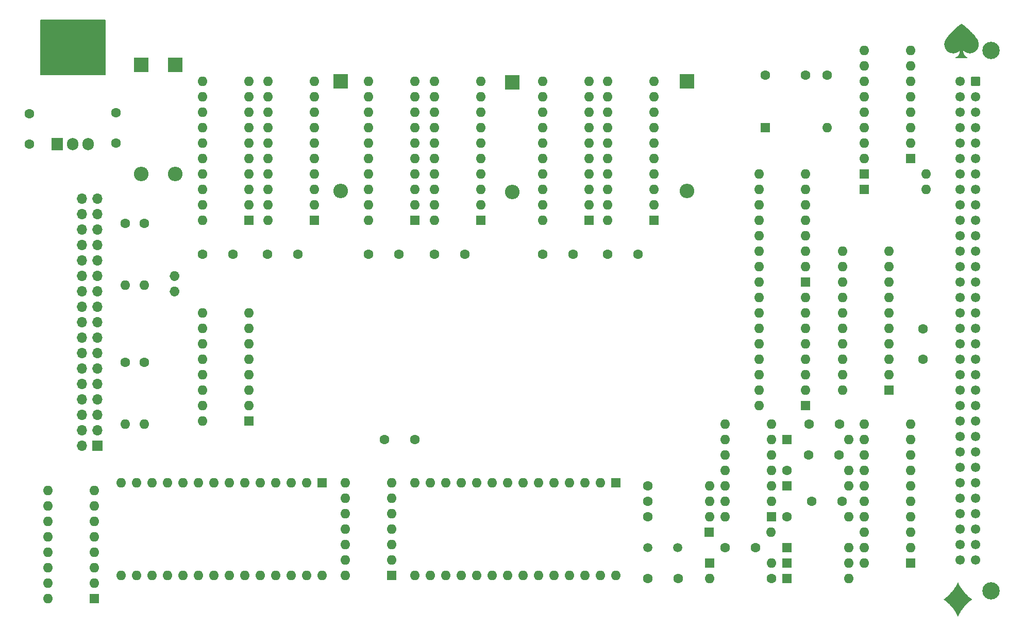
<source format=gbs>
%TF.GenerationSoftware,KiCad,Pcbnew,8.0.3+1*%
%TF.CreationDate,2024-07-26T20:17:48+02:00*%
%TF.ProjectId,ql_trump_v2_disk_interface,716c5f74-7275-46d7-905f-76325f646973,01*%
%TF.SameCoordinates,Original*%
%TF.FileFunction,Soldermask,Bot*%
%TF.FilePolarity,Negative*%
%FSLAX46Y46*%
G04 Gerber Fmt 4.6, Leading zero omitted, Abs format (unit mm)*
G04 Created by KiCad (PCBNEW 8.0.3+1) date 2024-07-26 20:17:48*
%MOMM*%
%LPD*%
G01*
G04 APERTURE LIST*
G04 Aperture macros list*
%AMRoundRect*
0 Rectangle with rounded corners*
0 $1 Rounding radius*
0 $2 $3 $4 $5 $6 $7 $8 $9 X,Y pos of 4 corners*
0 Add a 4 corners polygon primitive as box body*
4,1,4,$2,$3,$4,$5,$6,$7,$8,$9,$2,$3,0*
0 Add four circle primitives for the rounded corners*
1,1,$1+$1,$2,$3*
1,1,$1+$1,$4,$5*
1,1,$1+$1,$6,$7*
1,1,$1+$1,$8,$9*
0 Add four rect primitives between the rounded corners*
20,1,$1+$1,$2,$3,$4,$5,0*
20,1,$1+$1,$4,$5,$6,$7,0*
20,1,$1+$1,$6,$7,$8,$9,0*
20,1,$1+$1,$8,$9,$2,$3,0*%
G04 Aperture macros list end*
%ADD10C,0.812000*%
%ADD11C,0.010000*%
%ADD12O,3.500000X3.500000*%
%ADD13R,1.905000X2.000000*%
%ADD14O,1.905000X2.000000*%
%ADD15R,1.600000X1.600000*%
%ADD16O,1.600000X1.600000*%
%ADD17C,1.600000*%
%ADD18R,2.400000X2.400000*%
%ADD19O,2.400000X2.400000*%
%ADD20C,2.850000*%
%ADD21RoundRect,0.249999X-0.525001X0.525001X-0.525001X-0.525001X0.525001X-0.525001X0.525001X0.525001X0*%
%ADD22C,1.550000*%
%ADD23C,1.500000*%
%ADD24R,1.700000X1.700000*%
%ADD25O,1.700000X1.700000*%
G04 APERTURE END LIST*
D10*
X65176000Y-86487000D02*
G75*
G02*
X64364000Y-86487000I-406000J0D01*
G01*
X64364000Y-86487000D02*
G75*
G02*
X65176000Y-86487000I406000J0D01*
G01*
D11*
X194235623Y-45148017D02*
X194459342Y-45332207D01*
X194689555Y-45526904D01*
X194808114Y-45629819D01*
X194929516Y-45737313D01*
X195053870Y-45849809D01*
X195180025Y-45966220D01*
X195306538Y-46085208D01*
X195431966Y-46205437D01*
X195554868Y-46325569D01*
X195673798Y-46444266D01*
X195787316Y-46560191D01*
X195893978Y-46672005D01*
X195992646Y-46778706D01*
X196083418Y-46880320D01*
X196166700Y-46977200D01*
X196242898Y-47069695D01*
X196312417Y-47158156D01*
X196375663Y-47242934D01*
X196433043Y-47324378D01*
X196484961Y-47402840D01*
X196508991Y-47441055D01*
X196531792Y-47478626D01*
X196553399Y-47515578D01*
X196573845Y-47551934D01*
X196593165Y-47587718D01*
X196611394Y-47622953D01*
X196628565Y-47657663D01*
X196644713Y-47691872D01*
X196659872Y-47725603D01*
X196674077Y-47758880D01*
X196699759Y-47824166D01*
X196722033Y-47887918D01*
X196741174Y-47950326D01*
X196757405Y-48011658D01*
X196764441Y-48042027D01*
X196770753Y-48072276D01*
X196776339Y-48102463D01*
X196781196Y-48132645D01*
X196785322Y-48162882D01*
X196788713Y-48193230D01*
X196791368Y-48223749D01*
X196793283Y-48254497D01*
X196794456Y-48285530D01*
X196794884Y-48316909D01*
X196794564Y-48348690D01*
X196793495Y-48380931D01*
X196791672Y-48413692D01*
X196789094Y-48447030D01*
X196781618Y-48515511D01*
X196770879Y-48586047D01*
X196764212Y-48621934D01*
X196756643Y-48658154D01*
X196748141Y-48694645D01*
X196738679Y-48731347D01*
X196728226Y-48768199D01*
X196716754Y-48805140D01*
X196704234Y-48842111D01*
X196690637Y-48879050D01*
X196675934Y-48915897D01*
X196660095Y-48952590D01*
X196643092Y-48989071D01*
X196624896Y-49025277D01*
X196605491Y-49061104D01*
X196584912Y-49096543D01*
X196563205Y-49131534D01*
X196540417Y-49166022D01*
X196516591Y-49199948D01*
X196491775Y-49233255D01*
X196466014Y-49265886D01*
X196439353Y-49297784D01*
X196411838Y-49328890D01*
X196383515Y-49359148D01*
X196354429Y-49388499D01*
X196324627Y-49416888D01*
X196294153Y-49444256D01*
X196263054Y-49470546D01*
X196231375Y-49495700D01*
X196199162Y-49519662D01*
X196166450Y-49542363D01*
X196133267Y-49563837D01*
X196099628Y-49584104D01*
X196065546Y-49603188D01*
X196031037Y-49621111D01*
X195996114Y-49637893D01*
X195960793Y-49653559D01*
X195925087Y-49668130D01*
X195889011Y-49681627D01*
X195852579Y-49694074D01*
X195815806Y-49705493D01*
X195778706Y-49715905D01*
X195741293Y-49725333D01*
X195703583Y-49733799D01*
X195665588Y-49741325D01*
X195627325Y-49747933D01*
X195588801Y-49753661D01*
X195550043Y-49758467D01*
X195511070Y-49762325D01*
X195471901Y-49765208D01*
X195432554Y-49767091D01*
X195393049Y-49767947D01*
X195353406Y-49767749D01*
X195313642Y-49766473D01*
X195273778Y-49764090D01*
X195233831Y-49760575D01*
X195193822Y-49755902D01*
X195153770Y-49750045D01*
X195113692Y-49742976D01*
X195073610Y-49734670D01*
X195033541Y-49725101D01*
X194993504Y-49714242D01*
X194953527Y-49702056D01*
X194913670Y-49688591D01*
X194874002Y-49673879D01*
X194834589Y-49657950D01*
X194795499Y-49640836D01*
X194756801Y-49622568D01*
X194718561Y-49603178D01*
X194680849Y-49582696D01*
X194643730Y-49561154D01*
X194607274Y-49538583D01*
X194571548Y-49515015D01*
X194536619Y-49490481D01*
X194502556Y-49465012D01*
X194469426Y-49438640D01*
X194437297Y-49411395D01*
X194406237Y-49383309D01*
X194383996Y-49362048D01*
X194362367Y-49340390D01*
X194341318Y-49318348D01*
X194320817Y-49295937D01*
X194300829Y-49273172D01*
X194281324Y-49250066D01*
X194262268Y-49226633D01*
X194243628Y-49202889D01*
X194247837Y-49288048D01*
X194252351Y-49368905D01*
X194257536Y-49446099D01*
X194263758Y-49520272D01*
X194268399Y-49566335D01*
X194273705Y-49612036D01*
X194279774Y-49657208D01*
X194286705Y-49701684D01*
X194294596Y-49745295D01*
X194303546Y-49787875D01*
X194313654Y-49829256D01*
X194325017Y-49869271D01*
X194331200Y-49888700D01*
X194337734Y-49907774D01*
X194344630Y-49926519D01*
X194351901Y-49944960D01*
X194359560Y-49963123D01*
X194367618Y-49981033D01*
X194376088Y-49998716D01*
X194384983Y-50016198D01*
X194394315Y-50033503D01*
X194404095Y-50050659D01*
X194414337Y-50067689D01*
X194425053Y-50084620D01*
X194436256Y-50101478D01*
X194447956Y-50118287D01*
X194460168Y-50135074D01*
X194472903Y-50151864D01*
X194486170Y-50168692D01*
X194499927Y-50185505D01*
X194514132Y-50202258D01*
X194528742Y-50218911D01*
X194543715Y-50235421D01*
X194559008Y-50251745D01*
X194574578Y-50267842D01*
X194590384Y-50283669D01*
X194606381Y-50299185D01*
X194622528Y-50314346D01*
X194638783Y-50329111D01*
X194655101Y-50343438D01*
X194671442Y-50357284D01*
X194687761Y-50370607D01*
X194704018Y-50383365D01*
X194720168Y-50395516D01*
X194736168Y-50407028D01*
X194751969Y-50417908D01*
X194767522Y-50428170D01*
X194782780Y-50437829D01*
X194797692Y-50446898D01*
X194812211Y-50455392D01*
X194826288Y-50463325D01*
X194839873Y-50470711D01*
X194865376Y-50483903D01*
X194888331Y-50495080D01*
X194908348Y-50504357D01*
X194925037Y-50511849D01*
X194937600Y-50517689D01*
X194941602Y-50520046D01*
X194943615Y-50522059D01*
X194943764Y-50522945D01*
X194943283Y-50523753D01*
X194940253Y-50525151D01*
X194934173Y-50526276D01*
X194924689Y-50527154D01*
X194894093Y-50528258D01*
X194845637Y-50528655D01*
X194683838Y-50528084D01*
X194015142Y-50525277D01*
X193346439Y-50528084D01*
X193253788Y-50528533D01*
X193216457Y-50528647D01*
X193184650Y-50528655D01*
X193158014Y-50528533D01*
X193136196Y-50528258D01*
X193118843Y-50527806D01*
X193111730Y-50527507D01*
X193105601Y-50527154D01*
X193100411Y-50526745D01*
X193096116Y-50526276D01*
X193092672Y-50525746D01*
X193090035Y-50525151D01*
X193088161Y-50524487D01*
X193087496Y-50524129D01*
X193087005Y-50523753D01*
X193086683Y-50523358D01*
X193086524Y-50522945D01*
X193086522Y-50522512D01*
X193086673Y-50522059D01*
X193086969Y-50521587D01*
X193087407Y-50521094D01*
X193088684Y-50520046D01*
X193090458Y-50518912D01*
X193092686Y-50517689D01*
X193098325Y-50514964D01*
X193105247Y-50511849D01*
X193141948Y-50495080D01*
X193164901Y-50483903D01*
X193190402Y-50470711D01*
X193218063Y-50455392D01*
X193247495Y-50437829D01*
X193262753Y-50428170D01*
X193278307Y-50417908D01*
X193294110Y-50407028D01*
X193310111Y-50395516D01*
X193326262Y-50383365D01*
X193342520Y-50370607D01*
X193358840Y-50357284D01*
X193375182Y-50343438D01*
X193391501Y-50329111D01*
X193407756Y-50314346D01*
X193439901Y-50283669D01*
X193471276Y-50251745D01*
X193486568Y-50235421D01*
X193501540Y-50218911D01*
X193516148Y-50202258D01*
X193530351Y-50185505D01*
X193544105Y-50168692D01*
X193557368Y-50151864D01*
X193570105Y-50135074D01*
X193582319Y-50118287D01*
X193594022Y-50101478D01*
X193605226Y-50084620D01*
X193615943Y-50067689D01*
X193626187Y-50050659D01*
X193635969Y-50033503D01*
X193645301Y-50016198D01*
X193654196Y-49998716D01*
X193662667Y-49981033D01*
X193670726Y-49963123D01*
X193678385Y-49944960D01*
X193685656Y-49926519D01*
X193692552Y-49907774D01*
X193699085Y-49888700D01*
X193705268Y-49869271D01*
X193716632Y-49829256D01*
X193726739Y-49787875D01*
X193735690Y-49745295D01*
X193743581Y-49701684D01*
X193750512Y-49657208D01*
X193756581Y-49612036D01*
X193761886Y-49566335D01*
X193766525Y-49520272D01*
X193772743Y-49446099D01*
X193777922Y-49368905D01*
X193782434Y-49288048D01*
X193786654Y-49202889D01*
X193768009Y-49226598D01*
X193748946Y-49250014D01*
X193729435Y-49273118D01*
X193709442Y-49295891D01*
X193688935Y-49318316D01*
X193667881Y-49340373D01*
X193646248Y-49362043D01*
X193624004Y-49383309D01*
X193592941Y-49411395D01*
X193560810Y-49438640D01*
X193527677Y-49465012D01*
X193493611Y-49490481D01*
X193458679Y-49515015D01*
X193422949Y-49538583D01*
X193386489Y-49561154D01*
X193349367Y-49582696D01*
X193311651Y-49603178D01*
X193273408Y-49622568D01*
X193234707Y-49640836D01*
X193195615Y-49657950D01*
X193156200Y-49673879D01*
X193116530Y-49688591D01*
X193076672Y-49702056D01*
X193036696Y-49714242D01*
X192986643Y-49727600D01*
X192936547Y-49738959D01*
X192886445Y-49748370D01*
X192836374Y-49755883D01*
X192786372Y-49761548D01*
X192736476Y-49765414D01*
X192686723Y-49767532D01*
X192637151Y-49767953D01*
X192607511Y-49767428D01*
X192577959Y-49766318D01*
X192548504Y-49764633D01*
X192519151Y-49762383D01*
X192489910Y-49759578D01*
X192460786Y-49756228D01*
X192431788Y-49752343D01*
X192402923Y-49747933D01*
X192364657Y-49741325D01*
X192326659Y-49733799D01*
X192288945Y-49725333D01*
X192251527Y-49715905D01*
X192214423Y-49705493D01*
X192177645Y-49694074D01*
X192141208Y-49681627D01*
X192105127Y-49668130D01*
X192069417Y-49653559D01*
X192034092Y-49637893D01*
X191999166Y-49621111D01*
X191964655Y-49603188D01*
X191930572Y-49584104D01*
X191896933Y-49563837D01*
X191863752Y-49542363D01*
X191831043Y-49519662D01*
X191798827Y-49495700D01*
X191767146Y-49470546D01*
X191736045Y-49444256D01*
X191705569Y-49416888D01*
X191675765Y-49388499D01*
X191646678Y-49359148D01*
X191618354Y-49328890D01*
X191590838Y-49297784D01*
X191564177Y-49265886D01*
X191538415Y-49233255D01*
X191513599Y-49199948D01*
X191489775Y-49166022D01*
X191466987Y-49131534D01*
X191445282Y-49096543D01*
X191424705Y-49061104D01*
X191405302Y-49025277D01*
X191387107Y-48989071D01*
X191370105Y-48952590D01*
X191354267Y-48915897D01*
X191339563Y-48879050D01*
X191325965Y-48842111D01*
X191313443Y-48805140D01*
X191301970Y-48768199D01*
X191291517Y-48731347D01*
X191282053Y-48694645D01*
X191273551Y-48658154D01*
X191265982Y-48621934D01*
X191259316Y-48586047D01*
X191248580Y-48515511D01*
X191241113Y-48447030D01*
X191238537Y-48413692D01*
X191236718Y-48380931D01*
X191235653Y-48348690D01*
X191235338Y-48316909D01*
X191235772Y-48285530D01*
X191236950Y-48254497D01*
X191238871Y-48223749D01*
X191241531Y-48193230D01*
X191244927Y-48162882D01*
X191249057Y-48132645D01*
X191253917Y-48102463D01*
X191259504Y-48072276D01*
X191265817Y-48042027D01*
X191272851Y-48011658D01*
X191289072Y-47950326D01*
X191308208Y-47887918D01*
X191330474Y-47824166D01*
X191356147Y-47758880D01*
X191385501Y-47691872D01*
X191418812Y-47622953D01*
X191456355Y-47551934D01*
X191498406Y-47478626D01*
X191545240Y-47402840D01*
X191597153Y-47324378D01*
X191654529Y-47242934D01*
X191717773Y-47158156D01*
X191787291Y-47069695D01*
X191863488Y-46977200D01*
X191946770Y-46880320D01*
X192037542Y-46778706D01*
X192136211Y-46672005D01*
X192242875Y-46560191D01*
X192356399Y-46444266D01*
X192475339Y-46325569D01*
X192598251Y-46205437D01*
X192723689Y-46085208D01*
X192850209Y-45966220D01*
X192976367Y-45849809D01*
X193100718Y-45737313D01*
X193222126Y-45629819D01*
X193340692Y-45526904D01*
X193456822Y-45427917D01*
X193570921Y-45332207D01*
X193794653Y-45148017D01*
X194015134Y-44969125D01*
X194015149Y-44969125D01*
X194235623Y-45148017D01*
G36*
X194235623Y-45148017D02*
G01*
X194459342Y-45332207D01*
X194689555Y-45526904D01*
X194808114Y-45629819D01*
X194929516Y-45737313D01*
X195053870Y-45849809D01*
X195180025Y-45966220D01*
X195306538Y-46085208D01*
X195431966Y-46205437D01*
X195554868Y-46325569D01*
X195673798Y-46444266D01*
X195787316Y-46560191D01*
X195893978Y-46672005D01*
X195992646Y-46778706D01*
X196083418Y-46880320D01*
X196166700Y-46977200D01*
X196242898Y-47069695D01*
X196312417Y-47158156D01*
X196375663Y-47242934D01*
X196433043Y-47324378D01*
X196484961Y-47402840D01*
X196508991Y-47441055D01*
X196531792Y-47478626D01*
X196553399Y-47515578D01*
X196573845Y-47551934D01*
X196593165Y-47587718D01*
X196611394Y-47622953D01*
X196628565Y-47657663D01*
X196644713Y-47691872D01*
X196659872Y-47725603D01*
X196674077Y-47758880D01*
X196699759Y-47824166D01*
X196722033Y-47887918D01*
X196741174Y-47950326D01*
X196757405Y-48011658D01*
X196764441Y-48042027D01*
X196770753Y-48072276D01*
X196776339Y-48102463D01*
X196781196Y-48132645D01*
X196785322Y-48162882D01*
X196788713Y-48193230D01*
X196791368Y-48223749D01*
X196793283Y-48254497D01*
X196794456Y-48285530D01*
X196794884Y-48316909D01*
X196794564Y-48348690D01*
X196793495Y-48380931D01*
X196791672Y-48413692D01*
X196789094Y-48447030D01*
X196781618Y-48515511D01*
X196770879Y-48586047D01*
X196764212Y-48621934D01*
X196756643Y-48658154D01*
X196748141Y-48694645D01*
X196738679Y-48731347D01*
X196728226Y-48768199D01*
X196716754Y-48805140D01*
X196704234Y-48842111D01*
X196690637Y-48879050D01*
X196675934Y-48915897D01*
X196660095Y-48952590D01*
X196643092Y-48989071D01*
X196624896Y-49025277D01*
X196605491Y-49061104D01*
X196584912Y-49096543D01*
X196563205Y-49131534D01*
X196540417Y-49166022D01*
X196516591Y-49199948D01*
X196491775Y-49233255D01*
X196466014Y-49265886D01*
X196439353Y-49297784D01*
X196411838Y-49328890D01*
X196383515Y-49359148D01*
X196354429Y-49388499D01*
X196324627Y-49416888D01*
X196294153Y-49444256D01*
X196263054Y-49470546D01*
X196231375Y-49495700D01*
X196199162Y-49519662D01*
X196166450Y-49542363D01*
X196133267Y-49563837D01*
X196099628Y-49584104D01*
X196065546Y-49603188D01*
X196031037Y-49621111D01*
X195996114Y-49637893D01*
X195960793Y-49653559D01*
X195925087Y-49668130D01*
X195889011Y-49681627D01*
X195852579Y-49694074D01*
X195815806Y-49705493D01*
X195778706Y-49715905D01*
X195741293Y-49725333D01*
X195703583Y-49733799D01*
X195665588Y-49741325D01*
X195627325Y-49747933D01*
X195588801Y-49753661D01*
X195550043Y-49758467D01*
X195511070Y-49762325D01*
X195471901Y-49765208D01*
X195432554Y-49767091D01*
X195393049Y-49767947D01*
X195353406Y-49767749D01*
X195313642Y-49766473D01*
X195273778Y-49764090D01*
X195233831Y-49760575D01*
X195193822Y-49755902D01*
X195153770Y-49750045D01*
X195113692Y-49742976D01*
X195073610Y-49734670D01*
X195033541Y-49725101D01*
X194993504Y-49714242D01*
X194953527Y-49702056D01*
X194913670Y-49688591D01*
X194874002Y-49673879D01*
X194834589Y-49657950D01*
X194795499Y-49640836D01*
X194756801Y-49622568D01*
X194718561Y-49603178D01*
X194680849Y-49582696D01*
X194643730Y-49561154D01*
X194607274Y-49538583D01*
X194571548Y-49515015D01*
X194536619Y-49490481D01*
X194502556Y-49465012D01*
X194469426Y-49438640D01*
X194437297Y-49411395D01*
X194406237Y-49383309D01*
X194383996Y-49362048D01*
X194362367Y-49340390D01*
X194341318Y-49318348D01*
X194320817Y-49295937D01*
X194300829Y-49273172D01*
X194281324Y-49250066D01*
X194262268Y-49226633D01*
X194243628Y-49202889D01*
X194247837Y-49288048D01*
X194252351Y-49368905D01*
X194257536Y-49446099D01*
X194263758Y-49520272D01*
X194268399Y-49566335D01*
X194273705Y-49612036D01*
X194279774Y-49657208D01*
X194286705Y-49701684D01*
X194294596Y-49745295D01*
X194303546Y-49787875D01*
X194313654Y-49829256D01*
X194325017Y-49869271D01*
X194331200Y-49888700D01*
X194337734Y-49907774D01*
X194344630Y-49926519D01*
X194351901Y-49944960D01*
X194359560Y-49963123D01*
X194367618Y-49981033D01*
X194376088Y-49998716D01*
X194384983Y-50016198D01*
X194394315Y-50033503D01*
X194404095Y-50050659D01*
X194414337Y-50067689D01*
X194425053Y-50084620D01*
X194436256Y-50101478D01*
X194447956Y-50118287D01*
X194460168Y-50135074D01*
X194472903Y-50151864D01*
X194486170Y-50168692D01*
X194499927Y-50185505D01*
X194514132Y-50202258D01*
X194528742Y-50218911D01*
X194543715Y-50235421D01*
X194559008Y-50251745D01*
X194574578Y-50267842D01*
X194590384Y-50283669D01*
X194606381Y-50299185D01*
X194622528Y-50314346D01*
X194638783Y-50329111D01*
X194655101Y-50343438D01*
X194671442Y-50357284D01*
X194687761Y-50370607D01*
X194704018Y-50383365D01*
X194720168Y-50395516D01*
X194736168Y-50407028D01*
X194751969Y-50417908D01*
X194767522Y-50428170D01*
X194782780Y-50437829D01*
X194797692Y-50446898D01*
X194812211Y-50455392D01*
X194826288Y-50463325D01*
X194839873Y-50470711D01*
X194865376Y-50483903D01*
X194888331Y-50495080D01*
X194908348Y-50504357D01*
X194925037Y-50511849D01*
X194937600Y-50517689D01*
X194941602Y-50520046D01*
X194943615Y-50522059D01*
X194943764Y-50522945D01*
X194943283Y-50523753D01*
X194940253Y-50525151D01*
X194934173Y-50526276D01*
X194924689Y-50527154D01*
X194894093Y-50528258D01*
X194845637Y-50528655D01*
X194683838Y-50528084D01*
X194015142Y-50525277D01*
X193346439Y-50528084D01*
X193253788Y-50528533D01*
X193216457Y-50528647D01*
X193184650Y-50528655D01*
X193158014Y-50528533D01*
X193136196Y-50528258D01*
X193118843Y-50527806D01*
X193111730Y-50527507D01*
X193105601Y-50527154D01*
X193100411Y-50526745D01*
X193096116Y-50526276D01*
X193092672Y-50525746D01*
X193090035Y-50525151D01*
X193088161Y-50524487D01*
X193087496Y-50524129D01*
X193087005Y-50523753D01*
X193086683Y-50523358D01*
X193086524Y-50522945D01*
X193086522Y-50522512D01*
X193086673Y-50522059D01*
X193086969Y-50521587D01*
X193087407Y-50521094D01*
X193088684Y-50520046D01*
X193090458Y-50518912D01*
X193092686Y-50517689D01*
X193098325Y-50514964D01*
X193105247Y-50511849D01*
X193141948Y-50495080D01*
X193164901Y-50483903D01*
X193190402Y-50470711D01*
X193218063Y-50455392D01*
X193247495Y-50437829D01*
X193262753Y-50428170D01*
X193278307Y-50417908D01*
X193294110Y-50407028D01*
X193310111Y-50395516D01*
X193326262Y-50383365D01*
X193342520Y-50370607D01*
X193358840Y-50357284D01*
X193375182Y-50343438D01*
X193391501Y-50329111D01*
X193407756Y-50314346D01*
X193439901Y-50283669D01*
X193471276Y-50251745D01*
X193486568Y-50235421D01*
X193501540Y-50218911D01*
X193516148Y-50202258D01*
X193530351Y-50185505D01*
X193544105Y-50168692D01*
X193557368Y-50151864D01*
X193570105Y-50135074D01*
X193582319Y-50118287D01*
X193594022Y-50101478D01*
X193605226Y-50084620D01*
X193615943Y-50067689D01*
X193626187Y-50050659D01*
X193635969Y-50033503D01*
X193645301Y-50016198D01*
X193654196Y-49998716D01*
X193662667Y-49981033D01*
X193670726Y-49963123D01*
X193678385Y-49944960D01*
X193685656Y-49926519D01*
X193692552Y-49907774D01*
X193699085Y-49888700D01*
X193705268Y-49869271D01*
X193716632Y-49829256D01*
X193726739Y-49787875D01*
X193735690Y-49745295D01*
X193743581Y-49701684D01*
X193750512Y-49657208D01*
X193756581Y-49612036D01*
X193761886Y-49566335D01*
X193766525Y-49520272D01*
X193772743Y-49446099D01*
X193777922Y-49368905D01*
X193782434Y-49288048D01*
X193786654Y-49202889D01*
X193768009Y-49226598D01*
X193748946Y-49250014D01*
X193729435Y-49273118D01*
X193709442Y-49295891D01*
X193688935Y-49318316D01*
X193667881Y-49340373D01*
X193646248Y-49362043D01*
X193624004Y-49383309D01*
X193592941Y-49411395D01*
X193560810Y-49438640D01*
X193527677Y-49465012D01*
X193493611Y-49490481D01*
X193458679Y-49515015D01*
X193422949Y-49538583D01*
X193386489Y-49561154D01*
X193349367Y-49582696D01*
X193311651Y-49603178D01*
X193273408Y-49622568D01*
X193234707Y-49640836D01*
X193195615Y-49657950D01*
X193156200Y-49673879D01*
X193116530Y-49688591D01*
X193076672Y-49702056D01*
X193036696Y-49714242D01*
X192986643Y-49727600D01*
X192936547Y-49738959D01*
X192886445Y-49748370D01*
X192836374Y-49755883D01*
X192786372Y-49761548D01*
X192736476Y-49765414D01*
X192686723Y-49767532D01*
X192637151Y-49767953D01*
X192607511Y-49767428D01*
X192577959Y-49766318D01*
X192548504Y-49764633D01*
X192519151Y-49762383D01*
X192489910Y-49759578D01*
X192460786Y-49756228D01*
X192431788Y-49752343D01*
X192402923Y-49747933D01*
X192364657Y-49741325D01*
X192326659Y-49733799D01*
X192288945Y-49725333D01*
X192251527Y-49715905D01*
X192214423Y-49705493D01*
X192177645Y-49694074D01*
X192141208Y-49681627D01*
X192105127Y-49668130D01*
X192069417Y-49653559D01*
X192034092Y-49637893D01*
X191999166Y-49621111D01*
X191964655Y-49603188D01*
X191930572Y-49584104D01*
X191896933Y-49563837D01*
X191863752Y-49542363D01*
X191831043Y-49519662D01*
X191798827Y-49495700D01*
X191767146Y-49470546D01*
X191736045Y-49444256D01*
X191705569Y-49416888D01*
X191675765Y-49388499D01*
X191646678Y-49359148D01*
X191618354Y-49328890D01*
X191590838Y-49297784D01*
X191564177Y-49265886D01*
X191538415Y-49233255D01*
X191513599Y-49199948D01*
X191489775Y-49166022D01*
X191466987Y-49131534D01*
X191445282Y-49096543D01*
X191424705Y-49061104D01*
X191405302Y-49025277D01*
X191387107Y-48989071D01*
X191370105Y-48952590D01*
X191354267Y-48915897D01*
X191339563Y-48879050D01*
X191325965Y-48842111D01*
X191313443Y-48805140D01*
X191301970Y-48768199D01*
X191291517Y-48731347D01*
X191282053Y-48694645D01*
X191273551Y-48658154D01*
X191265982Y-48621934D01*
X191259316Y-48586047D01*
X191248580Y-48515511D01*
X191241113Y-48447030D01*
X191238537Y-48413692D01*
X191236718Y-48380931D01*
X191235653Y-48348690D01*
X191235338Y-48316909D01*
X191235772Y-48285530D01*
X191236950Y-48254497D01*
X191238871Y-48223749D01*
X191241531Y-48193230D01*
X191244927Y-48162882D01*
X191249057Y-48132645D01*
X191253917Y-48102463D01*
X191259504Y-48072276D01*
X191265817Y-48042027D01*
X191272851Y-48011658D01*
X191289072Y-47950326D01*
X191308208Y-47887918D01*
X191330474Y-47824166D01*
X191356147Y-47758880D01*
X191385501Y-47691872D01*
X191418812Y-47622953D01*
X191456355Y-47551934D01*
X191498406Y-47478626D01*
X191545240Y-47402840D01*
X191597153Y-47324378D01*
X191654529Y-47242934D01*
X191717773Y-47158156D01*
X191787291Y-47069695D01*
X191863488Y-46977200D01*
X191946770Y-46880320D01*
X192037542Y-46778706D01*
X192136211Y-46672005D01*
X192242875Y-46560191D01*
X192356399Y-46444266D01*
X192475339Y-46325569D01*
X192598251Y-46205437D01*
X192723689Y-46085208D01*
X192850209Y-45966220D01*
X192976367Y-45849809D01*
X193100718Y-45737313D01*
X193222126Y-45629819D01*
X193340692Y-45526904D01*
X193456822Y-45427917D01*
X193570921Y-45332207D01*
X193794653Y-45148017D01*
X194015134Y-44969125D01*
X194015149Y-44969125D01*
X194235623Y-45148017D01*
G37*
X193419488Y-136886341D02*
X193419691Y-136886585D01*
X193419894Y-136886838D01*
X193420096Y-136887098D01*
X193420502Y-136887634D01*
X193420908Y-136888182D01*
X193423235Y-136895511D01*
X193426414Y-136903902D01*
X193430498Y-136913557D01*
X193435540Y-136924681D01*
X193448711Y-136952143D01*
X193466355Y-136987913D01*
X193518098Y-137091297D01*
X193589783Y-137229689D01*
X193632854Y-137309863D01*
X193680609Y-137396210D01*
X193732949Y-137487869D01*
X193789774Y-137583982D01*
X193851011Y-137683727D01*
X193916683Y-137786667D01*
X193986831Y-137892378D01*
X194061495Y-138000441D01*
X194140718Y-138110431D01*
X194224539Y-138221928D01*
X194312999Y-138334509D01*
X194406141Y-138447752D01*
X194503744Y-138561094D01*
X194604575Y-138673429D01*
X194707152Y-138783522D01*
X194809995Y-138890135D01*
X194911623Y-138992033D01*
X195010554Y-139087980D01*
X195105308Y-139176741D01*
X195194403Y-139257078D01*
X195236386Y-139293717D01*
X195276576Y-139328016D01*
X195314973Y-139360056D01*
X195351577Y-139389915D01*
X195386391Y-139417672D01*
X195419414Y-139443406D01*
X195480093Y-139489119D01*
X195533619Y-139527684D01*
X195580000Y-139559734D01*
X195619242Y-139585899D01*
X195651351Y-139606810D01*
X195672099Y-139620109D01*
X195681132Y-139625759D01*
X195689463Y-139630812D01*
X195697237Y-139635321D01*
X195704598Y-139639339D01*
X195711690Y-139642920D01*
X195715180Y-139644563D01*
X195718657Y-139646116D01*
X195711691Y-139649277D01*
X195704599Y-139652841D01*
X195697239Y-139656858D01*
X195689465Y-139661375D01*
X195681133Y-139666441D01*
X195672100Y-139672106D01*
X195651351Y-139685423D01*
X195580001Y-139732483D01*
X195533620Y-139764522D01*
X195480093Y-139803083D01*
X195419415Y-139848803D01*
X195351578Y-139902317D01*
X195276576Y-139964263D01*
X195194403Y-140035276D01*
X195105308Y-140115609D01*
X195010554Y-140204355D01*
X194911623Y-140300283D01*
X194809995Y-140402159D01*
X194707152Y-140508749D01*
X194604575Y-140618822D01*
X194503744Y-140731143D01*
X194406141Y-140844480D01*
X194312999Y-140957759D01*
X194224538Y-141070356D01*
X194140717Y-141181855D01*
X194061495Y-141291838D01*
X193986830Y-141399886D01*
X193916683Y-141505583D01*
X193851011Y-141608510D01*
X193789774Y-141708250D01*
X193732949Y-141804363D01*
X193680609Y-141896023D01*
X193632854Y-141982370D01*
X193589783Y-142062544D01*
X193551498Y-142135686D01*
X193518098Y-142200935D01*
X193466355Y-142304319D01*
X193448713Y-142340038D01*
X193441594Y-142354704D01*
X193435540Y-142367506D01*
X193430497Y-142378643D01*
X193426412Y-142388313D01*
X193424713Y-142392661D01*
X193423234Y-142396716D01*
X193421967Y-142400505D01*
X193420908Y-142404051D01*
X193419285Y-142406126D01*
X193417662Y-142404051D01*
X193415326Y-142396716D01*
X193412143Y-142388313D01*
X193408060Y-142378643D01*
X193403019Y-142367506D01*
X193389846Y-142340038D01*
X193372180Y-142304319D01*
X193320436Y-142200935D01*
X193248751Y-142062544D01*
X193205681Y-141982370D01*
X193157926Y-141896023D01*
X193105586Y-141804363D01*
X193048762Y-141708250D01*
X192987526Y-141608510D01*
X192921858Y-141505583D01*
X192851715Y-141399886D01*
X192777057Y-141291838D01*
X192697840Y-141181855D01*
X192614024Y-141070356D01*
X192525567Y-140957759D01*
X192432427Y-140844480D01*
X192334813Y-140731143D01*
X192233975Y-140618822D01*
X192131393Y-140508749D01*
X192028549Y-140402159D01*
X191926923Y-140300283D01*
X191827996Y-140204355D01*
X191733250Y-140115609D01*
X191644165Y-140035276D01*
X191602176Y-139998596D01*
X191561982Y-139964263D01*
X191523583Y-139932196D01*
X191486976Y-139902317D01*
X191452161Y-139874546D01*
X191419138Y-139848803D01*
X191358459Y-139803083D01*
X191304933Y-139764522D01*
X191258550Y-139732483D01*
X191219303Y-139706329D01*
X191187184Y-139685423D01*
X191166439Y-139672106D01*
X191157409Y-139666441D01*
X191149080Y-139661375D01*
X191141308Y-139656858D01*
X191133948Y-139652841D01*
X191130376Y-139651006D01*
X191126853Y-139649277D01*
X191123359Y-139647649D01*
X191119878Y-139646116D01*
X191126854Y-139642920D01*
X191133950Y-139639339D01*
X191141311Y-139635321D01*
X191149083Y-139630812D01*
X191157411Y-139625759D01*
X191166440Y-139620109D01*
X191187184Y-139606810D01*
X191258550Y-139559734D01*
X191304933Y-139527684D01*
X191358460Y-139489119D01*
X191419138Y-139443406D01*
X191486977Y-139389915D01*
X191561983Y-139328016D01*
X191644165Y-139257078D01*
X191733250Y-139176741D01*
X191827996Y-139087980D01*
X191926923Y-138992033D01*
X192028549Y-138890135D01*
X192131393Y-138783522D01*
X192233975Y-138673429D01*
X192334813Y-138561094D01*
X192432427Y-138447752D01*
X192525567Y-138334509D01*
X192614024Y-138221928D01*
X192697840Y-138110431D01*
X192777056Y-138000441D01*
X192851715Y-137892378D01*
X192921858Y-137786667D01*
X192987526Y-137683727D01*
X193048762Y-137583982D01*
X193105586Y-137487869D01*
X193157926Y-137396210D01*
X193205681Y-137309863D01*
X193248751Y-137229689D01*
X193287036Y-137156547D01*
X193320436Y-137091297D01*
X193372180Y-136987913D01*
X193389850Y-136952143D01*
X193396972Y-136937475D01*
X193403026Y-136924681D01*
X193408066Y-136913557D01*
X193412149Y-136903902D01*
X193413849Y-136899561D01*
X193415329Y-136895511D01*
X193416598Y-136891726D01*
X193417662Y-136888182D01*
X193418068Y-136887634D01*
X193418473Y-136887098D01*
X193418676Y-136886838D01*
X193418879Y-136886585D01*
X193419082Y-136886341D01*
X193419285Y-136886106D01*
X193419488Y-136886341D01*
G36*
X193419488Y-136886341D02*
G01*
X193419691Y-136886585D01*
X193419894Y-136886838D01*
X193420096Y-136887098D01*
X193420502Y-136887634D01*
X193420908Y-136888182D01*
X193423235Y-136895511D01*
X193426414Y-136903902D01*
X193430498Y-136913557D01*
X193435540Y-136924681D01*
X193448711Y-136952143D01*
X193466355Y-136987913D01*
X193518098Y-137091297D01*
X193589783Y-137229689D01*
X193632854Y-137309863D01*
X193680609Y-137396210D01*
X193732949Y-137487869D01*
X193789774Y-137583982D01*
X193851011Y-137683727D01*
X193916683Y-137786667D01*
X193986831Y-137892378D01*
X194061495Y-138000441D01*
X194140718Y-138110431D01*
X194224539Y-138221928D01*
X194312999Y-138334509D01*
X194406141Y-138447752D01*
X194503744Y-138561094D01*
X194604575Y-138673429D01*
X194707152Y-138783522D01*
X194809995Y-138890135D01*
X194911623Y-138992033D01*
X195010554Y-139087980D01*
X195105308Y-139176741D01*
X195194403Y-139257078D01*
X195236386Y-139293717D01*
X195276576Y-139328016D01*
X195314973Y-139360056D01*
X195351577Y-139389915D01*
X195386391Y-139417672D01*
X195419414Y-139443406D01*
X195480093Y-139489119D01*
X195533619Y-139527684D01*
X195580000Y-139559734D01*
X195619242Y-139585899D01*
X195651351Y-139606810D01*
X195672099Y-139620109D01*
X195681132Y-139625759D01*
X195689463Y-139630812D01*
X195697237Y-139635321D01*
X195704598Y-139639339D01*
X195711690Y-139642920D01*
X195715180Y-139644563D01*
X195718657Y-139646116D01*
X195711691Y-139649277D01*
X195704599Y-139652841D01*
X195697239Y-139656858D01*
X195689465Y-139661375D01*
X195681133Y-139666441D01*
X195672100Y-139672106D01*
X195651351Y-139685423D01*
X195580001Y-139732483D01*
X195533620Y-139764522D01*
X195480093Y-139803083D01*
X195419415Y-139848803D01*
X195351578Y-139902317D01*
X195276576Y-139964263D01*
X195194403Y-140035276D01*
X195105308Y-140115609D01*
X195010554Y-140204355D01*
X194911623Y-140300283D01*
X194809995Y-140402159D01*
X194707152Y-140508749D01*
X194604575Y-140618822D01*
X194503744Y-140731143D01*
X194406141Y-140844480D01*
X194312999Y-140957759D01*
X194224538Y-141070356D01*
X194140717Y-141181855D01*
X194061495Y-141291838D01*
X193986830Y-141399886D01*
X193916683Y-141505583D01*
X193851011Y-141608510D01*
X193789774Y-141708250D01*
X193732949Y-141804363D01*
X193680609Y-141896023D01*
X193632854Y-141982370D01*
X193589783Y-142062544D01*
X193551498Y-142135686D01*
X193518098Y-142200935D01*
X193466355Y-142304319D01*
X193448713Y-142340038D01*
X193441594Y-142354704D01*
X193435540Y-142367506D01*
X193430497Y-142378643D01*
X193426412Y-142388313D01*
X193424713Y-142392661D01*
X193423234Y-142396716D01*
X193421967Y-142400505D01*
X193420908Y-142404051D01*
X193419285Y-142406126D01*
X193417662Y-142404051D01*
X193415326Y-142396716D01*
X193412143Y-142388313D01*
X193408060Y-142378643D01*
X193403019Y-142367506D01*
X193389846Y-142340038D01*
X193372180Y-142304319D01*
X193320436Y-142200935D01*
X193248751Y-142062544D01*
X193205681Y-141982370D01*
X193157926Y-141896023D01*
X193105586Y-141804363D01*
X193048762Y-141708250D01*
X192987526Y-141608510D01*
X192921858Y-141505583D01*
X192851715Y-141399886D01*
X192777057Y-141291838D01*
X192697840Y-141181855D01*
X192614024Y-141070356D01*
X192525567Y-140957759D01*
X192432427Y-140844480D01*
X192334813Y-140731143D01*
X192233975Y-140618822D01*
X192131393Y-140508749D01*
X192028549Y-140402159D01*
X191926923Y-140300283D01*
X191827996Y-140204355D01*
X191733250Y-140115609D01*
X191644165Y-140035276D01*
X191602176Y-139998596D01*
X191561982Y-139964263D01*
X191523583Y-139932196D01*
X191486976Y-139902317D01*
X191452161Y-139874546D01*
X191419138Y-139848803D01*
X191358459Y-139803083D01*
X191304933Y-139764522D01*
X191258550Y-139732483D01*
X191219303Y-139706329D01*
X191187184Y-139685423D01*
X191166439Y-139672106D01*
X191157409Y-139666441D01*
X191149080Y-139661375D01*
X191141308Y-139656858D01*
X191133948Y-139652841D01*
X191130376Y-139651006D01*
X191126853Y-139649277D01*
X191123359Y-139647649D01*
X191119878Y-139646116D01*
X191126854Y-139642920D01*
X191133950Y-139639339D01*
X191141311Y-139635321D01*
X191149083Y-139630812D01*
X191157411Y-139625759D01*
X191166440Y-139620109D01*
X191187184Y-139606810D01*
X191258550Y-139559734D01*
X191304933Y-139527684D01*
X191358460Y-139489119D01*
X191419138Y-139443406D01*
X191486977Y-139389915D01*
X191561983Y-139328016D01*
X191644165Y-139257078D01*
X191733250Y-139176741D01*
X191827996Y-139087980D01*
X191926923Y-138992033D01*
X192028549Y-138890135D01*
X192131393Y-138783522D01*
X192233975Y-138673429D01*
X192334813Y-138561094D01*
X192432427Y-138447752D01*
X192525567Y-138334509D01*
X192614024Y-138221928D01*
X192697840Y-138110431D01*
X192777056Y-138000441D01*
X192851715Y-137892378D01*
X192921858Y-137786667D01*
X192987526Y-137683727D01*
X193048762Y-137583982D01*
X193105586Y-137487869D01*
X193157926Y-137396210D01*
X193205681Y-137309863D01*
X193248751Y-137229689D01*
X193287036Y-137156547D01*
X193320436Y-137091297D01*
X193372180Y-136987913D01*
X193389850Y-136952143D01*
X193396972Y-136937475D01*
X193403026Y-136924681D01*
X193408066Y-136913557D01*
X193412149Y-136903902D01*
X193413849Y-136899561D01*
X193415329Y-136895511D01*
X193416598Y-136891726D01*
X193417662Y-136888182D01*
X193418068Y-136887634D01*
X193418473Y-136887098D01*
X193418676Y-136886838D01*
X193418879Y-136886585D01*
X193419082Y-136886341D01*
X193419285Y-136886106D01*
X193419488Y-136886341D01*
G37*
D10*
X65176000Y-89027000D02*
G75*
G02*
X64364000Y-89027000I-406000J0D01*
G01*
X64364000Y-89027000D02*
G75*
G02*
X65176000Y-89027000I406000J0D01*
G01*
D12*
%TO.C,U18*%
X48006000Y-48133000D03*
D13*
X45466000Y-64793000D03*
D14*
X48006000Y-64793000D03*
X50546000Y-64793000D03*
%TD*%
D15*
%TO.C,U6*%
X168402000Y-87503000D03*
D16*
X168402000Y-84963000D03*
X168402000Y-82423000D03*
X168402000Y-79883000D03*
X168402000Y-77343000D03*
X168402000Y-74803000D03*
X168402000Y-72263000D03*
X168402000Y-69723000D03*
X160782000Y-69723000D03*
X160782000Y-72263000D03*
X160782000Y-74803000D03*
X160782000Y-77343000D03*
X160782000Y-79883000D03*
X160782000Y-82423000D03*
X160782000Y-84963000D03*
X160782000Y-87503000D03*
%TD*%
D17*
%TO.C,C3*%
X173910000Y-115951000D03*
X168910000Y-115951000D03*
%TD*%
%TO.C,C15*%
X40894000Y-59793000D03*
X40894000Y-64793000D03*
%TD*%
D18*
%TO.C,C25*%
X148982500Y-54483000D03*
D19*
X148982500Y-72483000D03*
%TD*%
D15*
%TO.C,U10*%
X104257000Y-77338000D03*
D16*
X104257000Y-74798000D03*
X104257000Y-72258000D03*
X104257000Y-69718000D03*
X104257000Y-67178000D03*
X104257000Y-64638000D03*
X104257000Y-62098000D03*
X104257000Y-59558000D03*
X104257000Y-57018000D03*
X104257000Y-54478000D03*
X96637000Y-54478000D03*
X96637000Y-57018000D03*
X96637000Y-59558000D03*
X96637000Y-62098000D03*
X96637000Y-64638000D03*
X96637000Y-67178000D03*
X96637000Y-69718000D03*
X96637000Y-72258000D03*
X96637000Y-74798000D03*
X96637000Y-77338000D03*
%TD*%
D17*
%TO.C,R4*%
X142494000Y-121031000D03*
D16*
X152654000Y-121031000D03*
%TD*%
D15*
%TO.C,U2*%
X182118000Y-105283000D03*
D16*
X182118000Y-102743000D03*
X182118000Y-100203000D03*
X182118000Y-97663000D03*
X182118000Y-95123000D03*
X182118000Y-92583000D03*
X182118000Y-90043000D03*
X182118000Y-87503000D03*
X182118000Y-84963000D03*
X182118000Y-82423000D03*
X174498000Y-82423000D03*
X174498000Y-84963000D03*
X174498000Y-87503000D03*
X174498000Y-90043000D03*
X174498000Y-92583000D03*
X174498000Y-95123000D03*
X174498000Y-97663000D03*
X174498000Y-100203000D03*
X174498000Y-102743000D03*
X174498000Y-105283000D03*
%TD*%
D15*
%TO.C,U7*%
X143510000Y-77343000D03*
D16*
X143510000Y-74803000D03*
X143510000Y-72263000D03*
X143510000Y-69723000D03*
X143510000Y-67183000D03*
X143510000Y-64643000D03*
X143510000Y-62103000D03*
X143510000Y-59563000D03*
X143510000Y-57023000D03*
X143510000Y-54483000D03*
X135890000Y-54483000D03*
X135890000Y-57023000D03*
X135890000Y-59563000D03*
X135890000Y-62103000D03*
X135890000Y-64643000D03*
X135890000Y-67183000D03*
X135890000Y-69723000D03*
X135890000Y-72263000D03*
X135890000Y-74803000D03*
X135890000Y-77343000D03*
%TD*%
D15*
%TO.C,U14*%
X137287000Y-120523000D03*
D16*
X134747000Y-120523000D03*
X132207000Y-120523000D03*
X129667000Y-120523000D03*
X127127000Y-120523000D03*
X124587000Y-120523000D03*
X122047000Y-120523000D03*
X119507000Y-120523000D03*
X116967000Y-120523000D03*
X114427000Y-120523000D03*
X111887000Y-120523000D03*
X109347000Y-120523000D03*
X106807000Y-120523000D03*
X104267000Y-120523000D03*
X104267000Y-135763000D03*
X106807000Y-135763000D03*
X109347000Y-135763000D03*
X111887000Y-135763000D03*
X114427000Y-135763000D03*
X116967000Y-135763000D03*
X119507000Y-135763000D03*
X122047000Y-135763000D03*
X124587000Y-135763000D03*
X127127000Y-135763000D03*
X129667000Y-135763000D03*
X132207000Y-135763000D03*
X134747000Y-135763000D03*
X137287000Y-135763000D03*
%TD*%
D15*
%TO.C,D8*%
X165354000Y-136271000D03*
D16*
X175514000Y-136271000D03*
%TD*%
D20*
%TO.C,J1*%
X198882000Y-49403000D03*
X198882000Y-138303000D03*
D21*
X196342000Y-54483000D03*
D22*
X196342000Y-57023000D03*
X196342000Y-59563000D03*
X196342000Y-62103000D03*
X196342000Y-64643000D03*
X196342000Y-67183000D03*
X196342000Y-69723000D03*
X196342000Y-72263000D03*
X196342000Y-74803000D03*
X196342000Y-77343000D03*
X196342000Y-79883000D03*
X196342000Y-82423000D03*
X196342000Y-84963000D03*
X196342000Y-87503000D03*
X196342000Y-90043000D03*
X196342000Y-92583000D03*
X196342000Y-95123000D03*
X196342000Y-97663000D03*
X196342000Y-100203000D03*
X196342000Y-102743000D03*
X196342000Y-105283000D03*
X196342000Y-107823000D03*
X196342000Y-110363000D03*
X196342000Y-112903000D03*
X196342000Y-115443000D03*
X196342000Y-117983000D03*
X196342000Y-120523000D03*
X196342000Y-123063000D03*
X196342000Y-125603000D03*
X196342000Y-128143000D03*
X196342000Y-130683000D03*
X196342000Y-133223000D03*
X193802000Y-54483000D03*
X193802000Y-57023000D03*
X193802000Y-59563000D03*
X193802000Y-62103000D03*
X193802000Y-64643000D03*
X193802000Y-67183000D03*
X193802000Y-69723000D03*
X193802000Y-72263000D03*
X193802000Y-74803000D03*
X193802000Y-77343000D03*
X193802000Y-79883000D03*
X193802000Y-82423000D03*
X193802000Y-84963000D03*
X193802000Y-87503000D03*
X193802000Y-90043000D03*
X193802000Y-92583000D03*
X193802000Y-95123000D03*
X193802000Y-97663000D03*
X193802000Y-100203000D03*
X193802000Y-102743000D03*
X193802000Y-105283000D03*
X193802000Y-107823000D03*
X193802000Y-110363000D03*
X193802000Y-112903000D03*
X193802000Y-115443000D03*
X193802000Y-117983000D03*
X193802000Y-120523000D03*
X193802000Y-123063000D03*
X193802000Y-125603000D03*
X193802000Y-128143000D03*
X193802000Y-130683000D03*
X193802000Y-133223000D03*
%TD*%
D23*
%TO.C,Y1*%
X142494000Y-131191000D03*
X147394000Y-131191000D03*
%TD*%
D15*
%TO.C,D10*%
X152654000Y-133731000D03*
D16*
X162814000Y-133731000D03*
%TD*%
D24*
%TO.C,J2*%
X52070000Y-114427000D03*
D25*
X49530000Y-114427000D03*
X52070000Y-111887000D03*
X49530000Y-111887000D03*
X52070000Y-109347000D03*
X49530000Y-109347000D03*
X52070000Y-106807000D03*
X49530000Y-106807000D03*
X52070000Y-104267000D03*
X49530000Y-104267000D03*
X52070000Y-101727000D03*
X49530000Y-101727000D03*
X52070000Y-99187000D03*
X49530000Y-99187000D03*
X52070000Y-96647000D03*
X49530000Y-96647000D03*
X52070000Y-94107000D03*
X49530000Y-94107000D03*
X52070000Y-91567000D03*
X49530000Y-91567000D03*
X52070000Y-89027000D03*
X49530000Y-89027000D03*
X52070000Y-86487000D03*
X49530000Y-86487000D03*
X52070000Y-83947000D03*
X49530000Y-83947000D03*
X52070000Y-81407000D03*
X49530000Y-81407000D03*
X52070000Y-78867000D03*
X49530000Y-78867000D03*
X52070000Y-76327000D03*
X49530000Y-76327000D03*
X52070000Y-73787000D03*
X49530000Y-73787000D03*
%TD*%
D17*
%TO.C,J3*%
X168402000Y-53467000D03*
%TD*%
%TO.C,R3*%
X162814000Y-136271000D03*
D16*
X152654000Y-136271000D03*
%TD*%
D17*
%TO.C,C13*%
X55118000Y-59643000D03*
X55118000Y-64643000D03*
%TD*%
%TO.C,C20*%
X101647000Y-82931000D03*
X96647000Y-82931000D03*
%TD*%
D15*
%TO.C,U13*%
X89027000Y-120523000D03*
D16*
X86487000Y-120523000D03*
X83947000Y-120523000D03*
X81407000Y-120523000D03*
X78867000Y-120523000D03*
X76327000Y-120523000D03*
X73787000Y-120523000D03*
X71247000Y-120523000D03*
X68707000Y-120523000D03*
X66167000Y-120523000D03*
X63627000Y-120523000D03*
X61087000Y-120523000D03*
X58547000Y-120523000D03*
X56007000Y-120523000D03*
X56007000Y-135763000D03*
X58547000Y-135763000D03*
X61087000Y-135763000D03*
X63627000Y-135763000D03*
X66167000Y-135763000D03*
X68707000Y-135763000D03*
X71247000Y-135763000D03*
X73787000Y-135763000D03*
X76327000Y-135763000D03*
X78867000Y-135763000D03*
X81407000Y-135763000D03*
X83947000Y-135763000D03*
X86487000Y-135763000D03*
X89027000Y-135763000D03*
%TD*%
D17*
%TO.C,C17*%
X140890000Y-82931000D03*
X135890000Y-82931000D03*
%TD*%
%TO.C,C12*%
X99227000Y-113411000D03*
X104227000Y-113411000D03*
%TD*%
%TO.C,J5*%
X161798000Y-53467000D03*
%TD*%
D15*
%TO.C,D2*%
X178054000Y-69723000D03*
D16*
X188214000Y-69723000D03*
%TD*%
D17*
%TO.C,R6*%
X142494000Y-126111000D03*
D16*
X152654000Y-126111000D03*
%TD*%
D18*
%TO.C,C16*%
X64885500Y-51723000D03*
D19*
X64885500Y-69723000D03*
%TD*%
D17*
%TO.C,J4*%
X171958000Y-53467000D03*
%TD*%
D15*
%TO.C,U1*%
X185674000Y-133731000D03*
D16*
X185674000Y-131191000D03*
X185674000Y-128651000D03*
X185674000Y-126111000D03*
X185674000Y-123571000D03*
X185674000Y-121031000D03*
X185674000Y-118491000D03*
X185674000Y-115951000D03*
X185674000Y-113411000D03*
X185674000Y-110871000D03*
X178054000Y-110871000D03*
X178054000Y-113411000D03*
X178054000Y-115951000D03*
X178054000Y-118491000D03*
X178054000Y-121031000D03*
X178054000Y-123571000D03*
X178054000Y-126111000D03*
X178054000Y-128651000D03*
X178054000Y-131191000D03*
X178054000Y-133731000D03*
%TD*%
D15*
%TO.C,U8*%
X132842000Y-77338000D03*
D16*
X132842000Y-74798000D03*
X132842000Y-72258000D03*
X132842000Y-69718000D03*
X132842000Y-67178000D03*
X132842000Y-64638000D03*
X132842000Y-62098000D03*
X132842000Y-59558000D03*
X132842000Y-57018000D03*
X132842000Y-54478000D03*
X125222000Y-54478000D03*
X125222000Y-57018000D03*
X125222000Y-59558000D03*
X125222000Y-62098000D03*
X125222000Y-64638000D03*
X125222000Y-67178000D03*
X125222000Y-69718000D03*
X125222000Y-72258000D03*
X125222000Y-74798000D03*
X125222000Y-77338000D03*
%TD*%
D15*
%TO.C,D1*%
X161798000Y-62103000D03*
D16*
X171958000Y-62103000D03*
%TD*%
D17*
%TO.C,C21*%
X80010000Y-82931000D03*
X85010000Y-82931000D03*
%TD*%
D15*
%TO.C,D7*%
X165354000Y-133731000D03*
D16*
X175514000Y-133731000D03*
%TD*%
D18*
%TO.C,C23*%
X92086500Y-54483000D03*
D19*
X92086500Y-72483000D03*
%TD*%
D15*
%TO.C,U16*%
X76962000Y-110363000D03*
D16*
X76962000Y-107823000D03*
X76962000Y-105283000D03*
X76962000Y-102743000D03*
X76962000Y-100203000D03*
X76962000Y-97663000D03*
X76962000Y-95123000D03*
X76962000Y-92583000D03*
X69342000Y-92583000D03*
X69342000Y-95123000D03*
X69342000Y-97663000D03*
X69342000Y-100203000D03*
X69342000Y-102743000D03*
X69342000Y-105283000D03*
X69342000Y-107823000D03*
X69342000Y-110363000D03*
%TD*%
D15*
%TO.C,D5*%
X165354000Y-121031000D03*
D16*
X175514000Y-121031000D03*
%TD*%
D15*
%TO.C,U5*%
X168402000Y-107823000D03*
D16*
X168402000Y-105283000D03*
X168402000Y-102743000D03*
X168402000Y-100203000D03*
X168402000Y-97663000D03*
X168402000Y-95123000D03*
X168402000Y-92583000D03*
X168402000Y-90043000D03*
X160782000Y-90043000D03*
X160782000Y-92583000D03*
X160782000Y-95123000D03*
X160782000Y-97663000D03*
X160782000Y-100203000D03*
X160782000Y-102743000D03*
X160782000Y-105283000D03*
X160782000Y-107823000D03*
%TD*%
D15*
%TO.C,U17*%
X51562000Y-139573000D03*
D16*
X51562000Y-137033000D03*
X51562000Y-134493000D03*
X51562000Y-131953000D03*
X51562000Y-129413000D03*
X51562000Y-126873000D03*
X51562000Y-124333000D03*
X51562000Y-121793000D03*
X43942000Y-121793000D03*
X43942000Y-124333000D03*
X43942000Y-126873000D03*
X43942000Y-129413000D03*
X43942000Y-131953000D03*
X43942000Y-134493000D03*
X43942000Y-137033000D03*
X43942000Y-139573000D03*
%TD*%
D17*
%TO.C,R1*%
X165354000Y-118491000D03*
D16*
X175514000Y-118491000D03*
%TD*%
D17*
%TO.C,C2*%
X168990000Y-110871000D03*
X173990000Y-110871000D03*
%TD*%
%TO.C,R7*%
X59817000Y-100711000D03*
D16*
X59817000Y-110871000D03*
%TD*%
D15*
%TO.C,D4*%
X165354000Y-113411000D03*
D16*
X175514000Y-113411000D03*
%TD*%
D18*
%TO.C,C24*%
X120257500Y-54627000D03*
D19*
X120257500Y-72627000D03*
%TD*%
D17*
%TO.C,C18*%
X130222000Y-82931000D03*
X125222000Y-82931000D03*
%TD*%
D15*
%TO.C,D3*%
X178054000Y-72263000D03*
D16*
X188214000Y-72263000D03*
%TD*%
D17*
%TO.C,C19*%
X107442000Y-82931000D03*
X112442000Y-82931000D03*
%TD*%
D15*
%TO.C,U15*%
X100457000Y-135763000D03*
D16*
X100457000Y-133223000D03*
X100457000Y-130683000D03*
X100457000Y-128143000D03*
X100457000Y-125603000D03*
X100457000Y-123063000D03*
X100457000Y-120523000D03*
X92837000Y-120523000D03*
X92837000Y-123063000D03*
X92837000Y-125603000D03*
X92837000Y-128143000D03*
X92837000Y-130683000D03*
X92837000Y-133223000D03*
X92837000Y-135763000D03*
%TD*%
D15*
%TO.C,U12*%
X76962000Y-77343000D03*
D16*
X76962000Y-74803000D03*
X76962000Y-72263000D03*
X76962000Y-69723000D03*
X76962000Y-67183000D03*
X76962000Y-64643000D03*
X76962000Y-62103000D03*
X76962000Y-59563000D03*
X76962000Y-57023000D03*
X76962000Y-54483000D03*
X69342000Y-54483000D03*
X69342000Y-57023000D03*
X69342000Y-59563000D03*
X69342000Y-62103000D03*
X69342000Y-64643000D03*
X69342000Y-67183000D03*
X69342000Y-69723000D03*
X69342000Y-72263000D03*
X69342000Y-74803000D03*
X69342000Y-77343000D03*
%TD*%
D17*
%TO.C,R5*%
X142494000Y-123571000D03*
D16*
X152654000Y-123571000D03*
%TD*%
D17*
%TO.C,C22*%
X74342000Y-82931000D03*
X69342000Y-82931000D03*
%TD*%
%TO.C,R2*%
X165354000Y-126111000D03*
D16*
X175514000Y-126111000D03*
%TD*%
D15*
%TO.C,D6*%
X165354000Y-131191000D03*
D16*
X175514000Y-131191000D03*
%TD*%
D17*
%TO.C,R9*%
X59817000Y-77851000D03*
D16*
X59817000Y-88011000D03*
%TD*%
D15*
%TO.C,U4*%
X185674000Y-67183000D03*
D16*
X185674000Y-64643000D03*
X185674000Y-62103000D03*
X185674000Y-59563000D03*
X185674000Y-57023000D03*
X185674000Y-54483000D03*
X185674000Y-51943000D03*
X185674000Y-49403000D03*
X178054000Y-49403000D03*
X178054000Y-51943000D03*
X178054000Y-54483000D03*
X178054000Y-57023000D03*
X178054000Y-59563000D03*
X178054000Y-62103000D03*
X178054000Y-64643000D03*
X178054000Y-67183000D03*
%TD*%
D15*
%TO.C,U3*%
X162814000Y-126111000D03*
D16*
X162814000Y-123571000D03*
X162814000Y-121031000D03*
X162814000Y-118491000D03*
X162814000Y-115951000D03*
X162814000Y-113411000D03*
X162814000Y-110871000D03*
X155194000Y-110871000D03*
X155194000Y-113411000D03*
X155194000Y-115951000D03*
X155194000Y-118491000D03*
X155194000Y-121031000D03*
X155194000Y-123571000D03*
X155194000Y-126111000D03*
%TD*%
D17*
%TO.C,C5*%
X155194000Y-131191000D03*
X160194000Y-131191000D03*
%TD*%
%TO.C,C4*%
X169418000Y-123571000D03*
X174418000Y-123571000D03*
%TD*%
%TO.C,C1*%
X187706000Y-95203000D03*
X187706000Y-100203000D03*
%TD*%
D15*
%TO.C,U9*%
X115062000Y-77343000D03*
D16*
X115062000Y-74803000D03*
X115062000Y-72263000D03*
X115062000Y-69723000D03*
X115062000Y-67183000D03*
X115062000Y-64643000D03*
X115062000Y-62103000D03*
X115062000Y-59563000D03*
X115062000Y-57023000D03*
X115062000Y-54483000D03*
X107442000Y-54483000D03*
X107442000Y-57023000D03*
X107442000Y-59563000D03*
X107442000Y-62103000D03*
X107442000Y-64643000D03*
X107442000Y-67183000D03*
X107442000Y-69723000D03*
X107442000Y-72263000D03*
X107442000Y-74803000D03*
X107442000Y-77343000D03*
%TD*%
D17*
%TO.C,R8*%
X56642000Y-100711000D03*
D16*
X56642000Y-110871000D03*
%TD*%
D18*
%TO.C,C14*%
X59297500Y-51723000D03*
D19*
X59297500Y-69723000D03*
%TD*%
D15*
%TO.C,D9*%
X152614000Y-128651000D03*
D16*
X162774000Y-128651000D03*
%TD*%
D17*
%TO.C,C10*%
X142534000Y-136271000D03*
X147534000Y-136271000D03*
%TD*%
D15*
%TO.C,U11*%
X87757000Y-77343000D03*
D16*
X87757000Y-74803000D03*
X87757000Y-72263000D03*
X87757000Y-69723000D03*
X87757000Y-67183000D03*
X87757000Y-64643000D03*
X87757000Y-62103000D03*
X87757000Y-59563000D03*
X87757000Y-57023000D03*
X87757000Y-54483000D03*
X80137000Y-54483000D03*
X80137000Y-57023000D03*
X80137000Y-59563000D03*
X80137000Y-62103000D03*
X80137000Y-64643000D03*
X80137000Y-67183000D03*
X80137000Y-69723000D03*
X80137000Y-72263000D03*
X80137000Y-74803000D03*
X80137000Y-77343000D03*
%TD*%
D17*
%TO.C,R10*%
X56642000Y-77851000D03*
D16*
X56642000Y-88011000D03*
%TD*%
G36*
X53409121Y-44343002D02*
G01*
X53455614Y-44396658D01*
X53467000Y-44449000D01*
X53467000Y-53341000D01*
X53446998Y-53409121D01*
X53393342Y-53455614D01*
X53341000Y-53467000D01*
X42798000Y-53467000D01*
X42729879Y-53446998D01*
X42683386Y-53393342D01*
X42672000Y-53341000D01*
X42672000Y-44449000D01*
X42692002Y-44380879D01*
X42745658Y-44334386D01*
X42798000Y-44323000D01*
X53341000Y-44323000D01*
X53409121Y-44343002D01*
G37*
M02*

</source>
